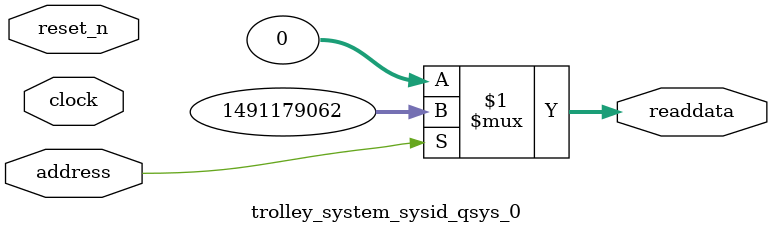
<source format=v>



// synthesis translate_off
`timescale 1ns / 1ps
// synthesis translate_on

// turn off superfluous verilog processor warnings 
// altera message_level Level1 
// altera message_off 10034 10035 10036 10037 10230 10240 10030 

module trolley_system_sysid_qsys_0 (
               // inputs:
                address,
                clock,
                reset_n,

               // outputs:
                readdata
             )
;

  output  [ 31: 0] readdata;
  input            address;
  input            clock;
  input            reset_n;

  wire    [ 31: 0] readdata;
  //control_slave, which is an e_avalon_slave
  assign readdata = address ? 1491179062 : 0;

endmodule



</source>
